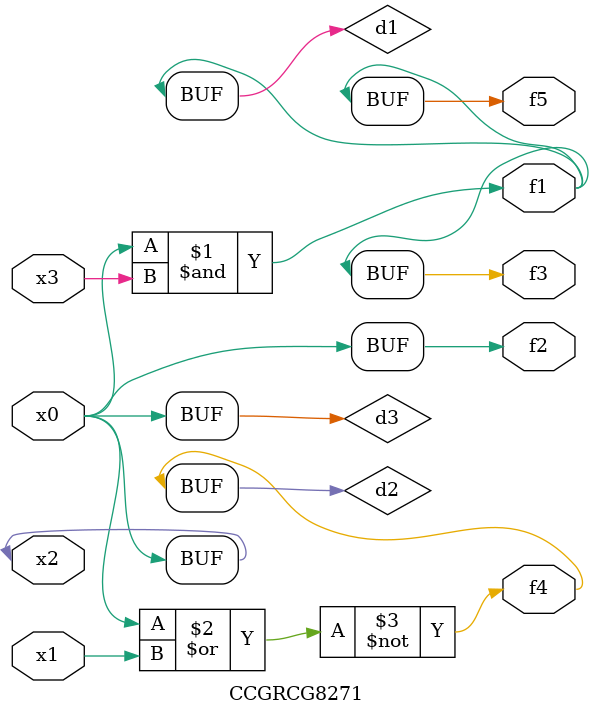
<source format=v>
module CCGRCG8271(
	input x0, x1, x2, x3,
	output f1, f2, f3, f4, f5
);

	wire d1, d2, d3;

	and (d1, x2, x3);
	nor (d2, x0, x1);
	buf (d3, x0, x2);
	assign f1 = d1;
	assign f2 = d3;
	assign f3 = d1;
	assign f4 = d2;
	assign f5 = d1;
endmodule

</source>
